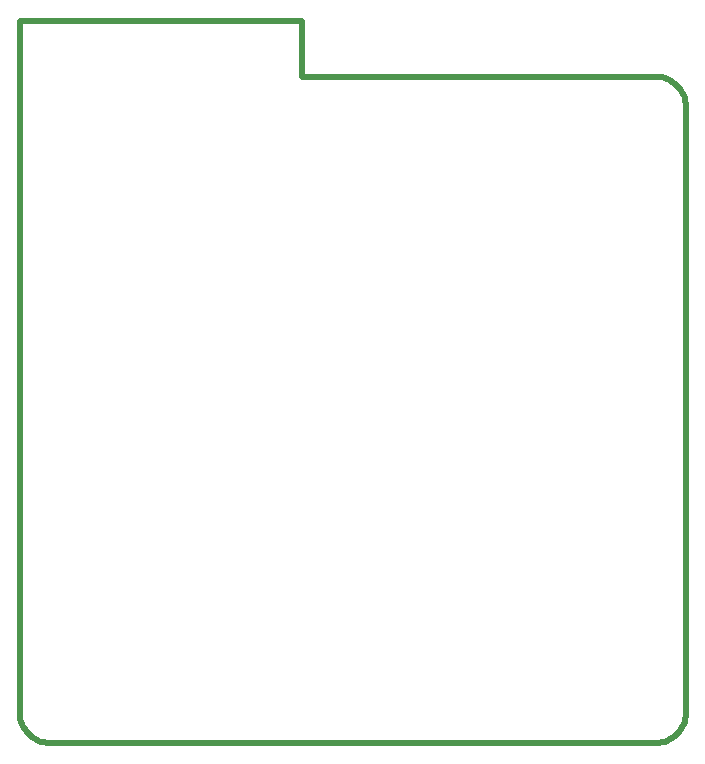
<source format=gko>
G04*
G04 #@! TF.GenerationSoftware,Altium Limited,Altium Designer,22.9.1 (49)*
G04*
G04 Layer_Color=16711935*
%FSLAX25Y25*%
%MOIN*%
G70*
G04*
G04 #@! TF.SameCoordinates,8D4C7E38-BABD-4712-AC01-C6420393E34D*
G04*
G04*
G04 #@! TF.FilePolarity,Positive*
G04*
G01*
G75*
%ADD58C,0.02000*%
D58*
X222000Y212000D02*
X221952Y212980D01*
X221808Y213951D01*
X221569Y214903D01*
X221239Y215827D01*
X220819Y216714D01*
X220315Y217556D01*
X219730Y218344D01*
X219071Y219071D01*
X218344Y219730D01*
X217556Y220315D01*
X216714Y220819D01*
X215827Y221239D01*
X214903Y221569D01*
X213951Y221808D01*
X212980Y221952D01*
X212000Y222000D01*
Y0D02*
X212980Y48D01*
X213951Y192D01*
X214903Y431D01*
X215827Y761D01*
X216714Y1181D01*
X217556Y1685D01*
X218344Y2270D01*
X219071Y2929D01*
X219730Y3656D01*
X220315Y4444D01*
X220819Y5286D01*
X221239Y6173D01*
X221569Y7097D01*
X221808Y8049D01*
X221952Y9020D01*
X222000Y10000D01*
X0D02*
X48Y9020D01*
X192Y8049D01*
X431Y7097D01*
X761Y6173D01*
X1181Y5286D01*
X1685Y4444D01*
X2270Y3656D01*
X2929Y2929D01*
X3656Y2270D01*
X4444Y1685D01*
X5286Y1181D01*
X6173Y761D01*
X7097Y431D01*
X8049Y192D01*
X9020Y48D01*
X10000Y0D01*
X-0Y10000D02*
X0Y222000D01*
X10000Y-0D02*
X212000Y0D01*
X222000Y10000D02*
X222000Y212000D01*
X94000Y222000D02*
X212000D01*
X94000D02*
Y240500D01*
X0D02*
X94000D01*
X0Y222000D02*
Y240500D01*
M02*

</source>
